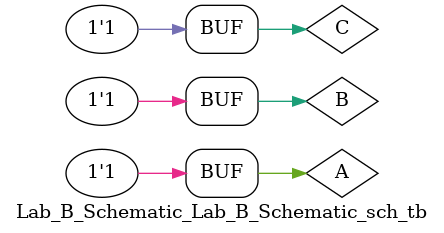
<source format=v>

`timescale 1ns / 1ps

module Lab_B_Schematic_Lab_B_Schematic_sch_tb();

// Inputs
   reg A;
   reg B;
   reg C;

// Output
   wire Y;

// Bidirs

// Instantiate the UUT
   Lab_B_Schematic UUT (
		.A(A), 
		.B(B), 
		.C(C), 
		.Y(Y)
   );
// Initialize Inputs

       initial begin
		A = 0;B = 0;C = 0;
		#5 A = 0;B = 0;C = 1;
		#5 A = 0;B = 1;C = 0;
		#5 A = 0;B = 1;C = 1;
		#5 A = 1;B = 0;C = 0;
		#5 A = 1;B = 0;C = 1;
		#5 A = 1;B = 1;C = 0;
		#5 A = 1;B = 1;C = 1;
   end
endmodule

</source>
